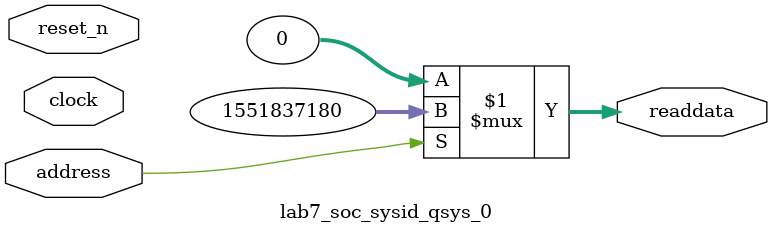
<source format=v>



// synthesis translate_off
`timescale 1ns / 1ps
// synthesis translate_on

// turn off superfluous verilog processor warnings 
// altera message_level Level1 
// altera message_off 10034 10035 10036 10037 10230 10240 10030 

module lab7_soc_sysid_qsys_0 (
               // inputs:
                address,
                clock,
                reset_n,

               // outputs:
                readdata
             )
;

  output  [ 31: 0] readdata;
  input            address;
  input            clock;
  input            reset_n;

  wire    [ 31: 0] readdata;
  //control_slave, which is an e_avalon_slave
  assign readdata = address ? 1551837180 : 0;

endmodule



</source>
